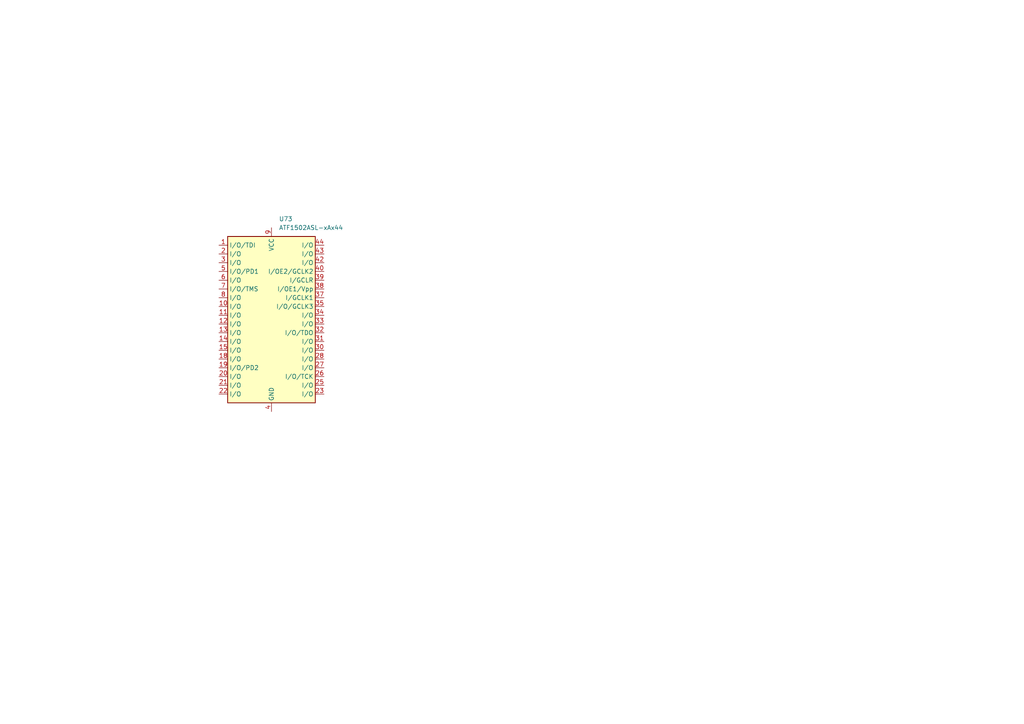
<source format=kicad_sch>
(kicad_sch (version 20250114) (generator "eeschema") (generator_version "9.0")
  (paper "A4")
  (lib_symbols
    (symbol "CPLD_Microchip:ATF1502ASL-xAx44"
      (property "Reference" "U" (at -12.7 24.13 0))
      (property "Value" "ATF1502ASL-xAx44" (at 12.7 24.13 0))
      (symbol "ATF1502ASL-xAx44_0_1"
        (rectangle (start -12.7 22.86) (end 12.7 -25.4) (stroke (width 0.254)) (fill (type background)))
      )
      (symbol "ATF1502ASL-xAx44_1_1"
        (pin bidirectional line (at -15.24 20.32 0) (length 2.54) (name "I/O/TDI") (number "1"))
        (pin bidirectional line (at -15.24 17.78 0) (length 2.54) (name "I/O") (number "2"))
        (pin bidirectional line (at -15.24 15.24 0) (length 2.54) (name "I/O") (number "3"))
        (pin bidirectional line (at -15.24 12.7 0) (length 2.54) (name "I/O/PD1") (number "5"))
        (pin bidirectional line (at -15.24 10.16 0) (length 2.54) (name "I/O") (number "6"))
        (pin bidirectional line (at -15.24 7.62 0) (length 2.54) (name "I/O/TMS") (number "7"))
        (pin bidirectional line (at -15.24 5.08 0) (length 2.54) (name "I/O") (number "8"))
        (pin bidirectional line (at -15.24 2.54 0) (length 2.54) (name "I/O") (number "10"))
        (pin bidirectional line (at -15.24 0 0) (length 2.54) (name "I/O") (number "11"))
        (pin bidirectional line (at -15.24 -2.54 0) (length 2.54) (name "I/O") (number "12"))
        (pin bidirectional line (at -15.24 -5.08 0) (length 2.54) (name "I/O") (number "13"))
        (pin bidirectional line (at -15.24 -7.62 0) (length 2.54) (name "I/O") (number "14"))
        (pin bidirectional line (at -15.24 -10.16 0) (length 2.54) (name "I/O") (number "15"))
        (pin bidirectional line (at -15.24 -12.7 0) (length 2.54) (name "I/O") (number "18"))
        (pin bidirectional line (at -15.24 -15.24 0) (length 2.54) (name "I/O/PD2") (number "19"))
        (pin bidirectional line (at -15.24 -17.78 0) (length 2.54) (name "I/O") (number "20"))
        (pin bidirectional line (at -15.24 -20.32 0) (length 2.54) (name "I/O") (number "21"))
        (pin bidirectional line (at -15.24 -22.86 0) (length 2.54) (name "I/O") (number "22"))
        (pin passive line (at 0 25.4 270) (length 2.54) (hide yes) (name "VCC") (number "17"))
        (pin passive line (at 0 25.4 270) (length 2.54) (hide yes) (name "VCC") (number "29"))
        (pin passive line (at 0 25.4 270) (length 2.54) (hide yes) (name "VCC") (number "41"))
        (pin power_in line (at 0 25.4 270) (length 2.54) (name "VCC") (number "9"))
        (pin passive line (at 0 -27.94 90) (length 2.54) (hide yes) (name "GND") (number "16"))
        (pin passive line (at 0 -27.94 90) (length 2.54) (hide yes) (name "GND") (number "24"))
        (pin passive line (at 0 -27.94 90) (length 2.54) (hide yes) (name "GND") (number "36"))
        (pin power_in line (at 0 -27.94 90) (length 2.54) (name "GND") (number "4"))
        (pin bidirectional line (at 15.24 20.32 180) (length 2.54) (name "I/O") (number "44"))
        (pin bidirectional line (at 15.24 17.78 180) (length 2.54) (name "I/O") (number "43"))
        (pin bidirectional line (at 15.24 15.24 180) (length 2.54) (name "I/O") (number "42"))
        (pin input line (at 15.24 12.7 180) (length 2.54) (name "I/OE2/GCLK2") (number "40"))
        (pin input line (at 15.24 10.16 180) (length 2.54) (name "I/GCLR") (number "39"))
        (pin input line (at 15.24 7.62 180) (length 2.54) (name "I/OE1/Vpp") (number "38"))
        (pin input line (at 15.24 5.08 180) (length 2.54) (name "I/GCLK1") (number "37"))
        (pin bidirectional line (at 15.24 2.54 180) (length 2.54) (name "I/O/GCLK3") (number "35"))
        (pin bidirectional line (at 15.24 0 180) (length 2.54) (name "I/O") (number "34"))
        (pin bidirectional line (at 15.24 -2.54 180) (length 2.54) (name "I/O") (number "33"))
        (pin bidirectional line (at 15.24 -5.08 180) (length 2.54) (name "I/O/TDO") (number "32"))
        (pin bidirectional line (at 15.24 -7.62 180) (length 2.54) (name "I/O") (number "31"))
        (pin bidirectional line (at 15.24 -10.16 180) (length 2.54) (name "I/O") (number "30"))
        (pin bidirectional line (at 15.24 -12.7 180) (length 2.54) (name "I/O") (number "28"))
        (pin bidirectional line (at 15.24 -15.24 180) (length 2.54) (name "I/O") (number "27"))
        (pin bidirectional line (at 15.24 -17.78 180) (length 2.54) (name "I/O/TCK") (number "26"))
        (pin bidirectional line (at 15.24 -20.32 180) (length 2.54) (name "I/O") (number "25"))
        (pin bidirectional line (at 15.24 -22.86 180) (length 2.54) (name "I/O") (number "23"))
      )
    )
  )
  (symbol (lib_id "CPLD_Microchip:ATF1502ASL-xAx44") (at 78.74 91.44 0) (unit 1)
    (property "Reference" "U73" (at 80.8833 63.5 0) (effects (justify left)))
    (property "Value" "ATF1502ASL-xAx44" (at 80.8833 66.04 0) (effects (justify left)))
    (property "Footprint" "Package_QFP:TQFP-44_10x10mm_P0.8mm" (effects (hide yes)))
    (property "Datasheet" "http://ww1.microchip.com/downloads/en/DeviceDoc/Atmel-0995-CPLD-ATF1502AS(L)-Datasheet.pdf" (effects (hide yes)))
    (property "Description" "Microchip CPLD, 32 Macrocell, 5 V, Low Power, TQFP-44" (effects (hide yes)))
  )
)
</source>
